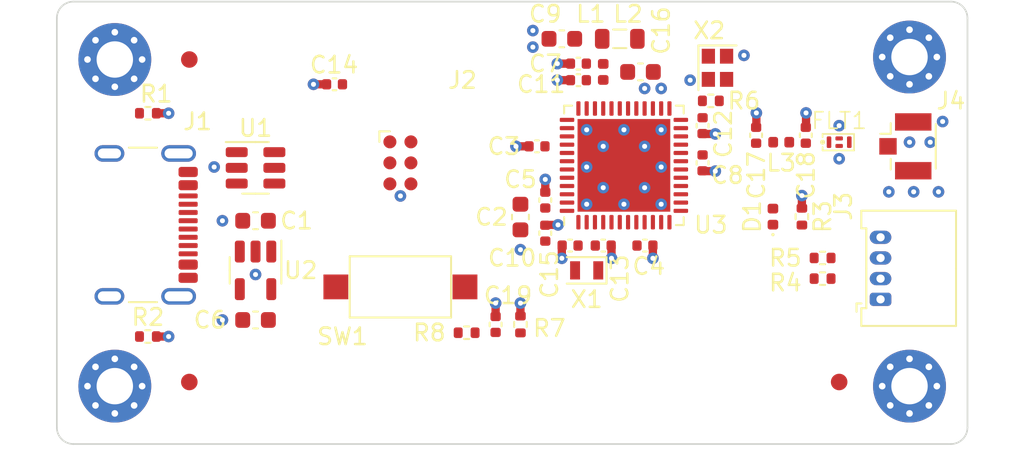
<source format=kicad_pcb>
(kicad_pcb (version 20221018) (generator pcbnew)
  (layers (0 "F.Cu" signal) (1 "In1.Cu" signal) (2 "In2.Cu" signal) (31 "B.Cu" signal) (34 "B.Paste" user) (35 "F.Paste" user) (36 "B.SilkS" user "B.Silkscreen") (37 "F.SilkS" user "F.Silkscreen") (38 "B.Mask" user) (39 "F.Mask" user) (44 "Edge.Cuts" user))
  (net 0 "")
  (net 1 "+5V")
  (net 2 "GND")
  (net 3 "+3.3V")
  (net 4 "Net-(U3-PC15)")
  (net 5 "/SWD_NRST")
  (net 6 "Net-(U3-PC14)")
  (net 7 "/SMPSFB")
  (net 8 "/RF")
  (net 9 "/RF_MATCH")
  (net 10 "/BOOT0")
  (net 11 "/LED_K")
  (net 12 "/LED_MASTER")
  (net 13 "/RF_ANT")
  (net 14 "/USBC_CC1")
  (net 15 "/USBC_D+")
  (net 16 "/USBC_D-")
  (net 18 "/USBC_CC2")
  (net 20 "/SWD_DIO")
  (net 21 "/SWD_CLK")
  (net 22 "/SWD_TRC")
  (net 23 "/UART_RXC")
  (net 24 "/UART_TXC")
  (net 25 "/SMPSLX")
  (net 26 "/SMPSLXL1")
  (net 27 "/UART_TX")
  (net 28 "/UART_RX")
  (net 29 "/HSE_OUT")
  (net 30 "Net-(R6-Pad2)")
  (net 31 "Net-(R8-Pad2)")
  (net 32 "/USB_D+")
  (net 33 "/USB_D-")
  (net 44 "/HSE_IN")
  (footprint "Connector:Tag-Connect_TC2030-IDC-FP_2x03_P1.27mm_Vertical" (layer "F.Cu") (at 111.75 94.75 -90)
    (fp_text reference "J2" (at -5 -3.75 -180) (layer "F.SilkS"))
    (fp_text value "TC2030")
    (fp_line (start -1.905 1.27) (end -1.905 0.635) (stroke (width 0.12)) (layer "F.SilkS"))
    (fp_line (start -1.27 1.27) (end -1.905 1.27) (stroke (width 0.12)) (layer "F.SilkS"))
    (pad "" np_thru_hole circle (at -2.54 -2.54 270) (size 2.3749 2.3749) (drill 2.3749) (layers "*.Cu" "*.Mask"))
    (pad "" np_thru_hole circle (at -2.54 0 270) (size 0.9906 0.9906) (drill 0.9906) (layers "*.Cu" "*.Mask"))
    (pad "" np_thru_hole circle (at -2.54 2.54 270) (size 2.3749 2.3749) (drill 2.3749) (layers "*.Cu" "*.Mask"))
    (pad "" np_thru_hole circle (at 0.635 -2.54 270) (size 2.3749 2.3749) (drill 2.3749) (layers "*.Cu" "*.Mask"))
    (pad "" np_thru_hole circle (at 0.635 2.54 270) (size 2.3749 2.3749) (drill 2.3749) (layers "*.Cu" "*.Mask"))
    (pad "" np_thru_hole circle (at 2.54 -1.016 270) (size 0.9906 0.9906) (drill 0.9906) (layers "*.Cu" "*.Mask"))
    (pad "" np_thru_hole circle (at 2.54 1.016 270) (size 0.9906 0.9906) (drill 0.9906) (layers "*.Cu" "*.Mask"))
    (pad "1" connect circle (at -1.27 0.635 270) (size 0.7874 0.7874) (layers "F.Cu" "F.Mask") (net 3 "+3.3V"))
    (pad "2" connect circle (at -1.27 -0.635 270) (size 0.7874 0.7874) (layers "F.Cu" "F.Mask") (net 20 "/SWD_DIO"))
    (pad "3" connect circle (at 0 0.635 270) (size 0.7874 0.7874) (layers "F.Cu" "F.Mask") (net 5 "/SWD_NRST"))
    (pad "4" connect circle (at 0 -0.635 270) (size 0.7874 0.7874) (layers "F.Cu" "F.Mask") (net 21 "/SWD_CLK"))
    (pad "5" connect circle (at 1.27 0.635 270) (size 0.7874 0.7874) (layers "F.Cu" "F.Mask") (net 2 "GND"))
    (pad "6" connect circle (at 1.27 -0.635 270) (size 0.7874 0.7874) (layers "F.Cu" "F.Mask") (net 22 "/SWD_TRC"))
  )
  (footprint "Fiducial:Fiducial_1mm_Mask2mm" (layer "F.Cu") (at 138.25 108)
    (fp_text reference "FM3" hide)
    (fp_text value "Fiducial")
    (pad "" smd circle (at 0 0) (size 1 1) (layers "F.Cu" "F.Mask") (clearance 0.5))
  )
  (footprint "Capacitor_SMD:C_0402_1005Metric" (layer "F.Cu") (at 124 99.75)
    (fp_text reference "C13" (at 1 2 -90) (layer "F.SilkS"))
    (fp_text value "10p")
    (fp_line (start -0.107836 -0.36) (end 0.107836 -0.36) (stroke (width 0.12)) (layer "F.SilkS"))
    (fp_line (start -0.107836 0.36) (end 0.107836 0.36) (stroke (width 0.12)) (layer "F.SilkS"))
    (pad "1" smd roundrect (at -0.48 0) (size 0.56 0.62) (layers "F.Cu" "F.Paste" "F.Mask") (net 4 "Net-(U3-PC15)"))
    (pad "2" smd roundrect (at 0.48 0) (size 0.56 0.62) (layers "F.Cu" "F.Paste" "F.Mask") (net 2 "GND"))
  )
  (footprint "MountingHole:MountingHole_2.2mm_M2_Pad_Via" (layer "F.Cu") (at 94.5 108.25)
    (fp_text reference "H4" hide)
    (fp_text value "MountingHole_Pad")
    (pad "1" thru_hole circle (at -1.65 0) (size 0.7 0.7) (drill 0.4) (layers "*.Cu" "*.Mask") (net 2 "GND"))
    (pad "1" thru_hole circle (at -1.166726 -1.166726) (size 0.7 0.7) (drill 0.4) (layers "*.Cu" "*.Mask") (net 2 "GND"))
    (pad "1" thru_hole circle (at -1.166726 1.166726) (size 0.7 0.7) (drill 0.4) (layers "*.Cu" "*.Mask") (net 2 "GND"))
    (pad "1" thru_hole circle (at 0 -1.65) (size 0.7 0.7) (drill 0.4) (layers "*.Cu" "*.Mask") (net 2 "GND"))
    (pad "1" thru_hole circle (at 0 0) (size 4.4 4.4) (drill 2.2) (layers "*.Cu" "*.Mask") (net 2 "GND"))
    (pad "1" thru_hole circle (at 0 1.65) (size 0.7 0.7) (drill 0.4) (layers "*.Cu" "*.Mask") (net 2 "GND"))
    (pad "1" thru_hole circle (at 1.166726 -1.166726) (size 0.7 0.7) (drill 0.4) (layers "*.Cu" "*.Mask") (net 2 "GND"))
    (pad "1" thru_hole circle (at 1.166726 1.166726) (size 0.7 0.7) (drill 0.4) (layers "*.Cu" "*.Mask") (net 2 "GND"))
    (pad "1" thru_hole circle (at 1.65 0) (size 0.7 0.7) (drill 0.4) (layers "*.Cu" "*.Mask") (net 2 "GND"))
  )
  (footprint "stm32_ble_footprints:DLF162500LT-5028A1" (layer "F.Cu") (at 138.25 93.5)
    (fp_text reference "FLT1" (at 0 -1.3 unlocked) (layer "F.SilkS") (effects (font (thickness 0.1))))
    (fp_text value " ")
    (fp_line (start -1 -0.5) (end 0.9 -0.5) (stroke (width 0.1)) (layer "F.SilkS"))
    (fp_line (start -1 -0.3) (end -1 -0.5) (stroke (width 0.1)) (layer "F.SilkS"))
    (fp_line (start -1 0.5) (end -1 0.3) (stroke (width 0.1)) (layer "F.SilkS"))
    (fp_line (start 0.9 -0.5) (end 0.9 0.5) (stroke (width 0.1)) (layer "F.SilkS"))
    (fp_line (start 0.9 0.5) (end -1 0.5) (stroke (width 0.1)) (layer "F.SilkS"))
    (fp_circle (center -1 0) (end -0.9 0) (stroke (width 0.1)) (fill solid) (layer "F.SilkS"))
    (pad "1" smd roundrect (at -0.6125 0) (size 0.275 0.7) (layers "F.Cu" "F.Paste" "F.Mask") (net 9 "/RF_MATCH"))
    (pad "2" smd roundrect (at 0 -0.2275 90) (size 0.245 0.45) (layers "F.Cu" "F.Paste" "F.Mask") (net 2 "GND"))
    (pad "3" smd roundrect (at 0.6125 0 180) (size 0.275 0.7) (layers "F.Cu" "F.Paste" "F.Mask") (net 13 "/RF_ANT"))
    (pad "4" smd roundrect (at 0 0.2275 90) (size 0.245 0.45) (layers "F.Cu" "F.Paste" "F.Mask") (net 2 "GND"))
  )
  (footprint "Capacitor_SMD:C_0402_1005Metric" (layer "F.Cu") (at 122.5 89.75 180)
    (fp_text reference "C11" (at 2.25 -0.25) (layer "F.SilkS"))
    (fp_text value "100n")
    (fp_line (start -0.107836 -0.36) (end 0.107836 -0.36) (stroke (width 0.12)) (layer "F.SilkS"))
    (fp_line (start -0.107836 0.36) (end 0.107836 0.36) (stroke (width 0.12)) (layer "F.SilkS"))
    (pad "1" smd roundrect (at -0.48 0 180) (size 0.56 0.62) (layers "F.Cu" "F.Paste" "F.Mask") (net 3 "+3.3V"))
    (pad "2" smd roundrect (at 0.48 0 180) (size 0.56 0.62) (layers "F.Cu" "F.Paste" "F.Mask") (net 2 "GND"))
  )
  (footprint "Capacitor_SMD:C_0402_1005Metric" (layer "F.Cu") (at 107.77 90 180)
    (fp_text reference "C14" (at 0.0275 1.175) (layer "F.SilkS"))
    (fp_text value "100n")
    (fp_line (start -0.107836 -0.36) (end 0.107836 -0.36) (stroke (width 0.12)) (layer "F.SilkS"))
    (fp_line (start -0.107836 0.36) (end 0.107836 0.36) (stroke (width 0.12)) (layer "F.SilkS"))
    (pad "1" smd roundrect (at -0.48 0 180) (size 0.56 0.62) (layers "F.Cu" "F.Paste" "F.Mask") (net 5 "/SWD_NRST"))
    (pad "2" smd roundrect (at 0.48 0 180) (size 0.56 0.62) (layers "F.Cu" "F.Paste" "F.Mask") (net 2 "GND"))
  )
  (footprint "Capacitor_SMD:C_0402_1005Metric" (layer "F.Cu") (at 126.52 99.75)
    (fp_text reference "C4" (at 0.23 1.25 180) (layer "F.SilkS"))
    (fp_text value "100n")
    (fp_line (start -0.107836 -0.36) (end 0.107836 -0.36) (stroke (width 0.12)) (layer "F.SilkS"))
    (fp_line (start -0.107836 0.36) (end 0.107836 0.36) (stroke (width 0.12)) (layer "F.SilkS"))
    (pad "1" smd roundrect (at -0.48 0) (size 0.56 0.62) (layers "F.Cu" "F.Paste" "F.Mask") (net 3 "+3.3V"))
    (pad "2" smd roundrect (at 0.48 0) (size 0.56 0.62) (layers "F.Cu" "F.Paste" "F.Mask") (net 2 "GND"))
  )
  (footprint "Capacitor_SMD:C_0603_1608Metric" (layer "F.Cu") (at 126.25 89.25)
    (fp_text reference "C16" (at 1.25 -2.5 90) (layer "F.SilkS"))
    (fp_text value "4u7")
    (fp_line (start -0.14058 -0.51) (end 0.14058 -0.51) (stroke (width 0.12)) (layer "F.SilkS"))
    (fp_line (start -0.14058 0.51) (end 0.14058 0.51) (stroke (width 0.12)) (layer "F.SilkS"))
    (pad "1" smd roundrect (at -0.775 0) (size 0.9 0.95) (layers "F.Cu" "F.Paste" "F.Mask") (net 7 "/SMPSFB"))
    (pad "2" smd roundrect (at 0.775 0) (size 0.9 0.95) (layers "F.Cu" "F.Paste" "F.Mask") (net 2 "GND"))
  )
  (footprint "Resistor_SMD:R_0402_1005Metric" (layer "F.Cu") (at 119 104.52 90)
    (fp_text reference "R7" (at -0.23 1.75 180) (layer "F.SilkS"))
    (fp_text value "5k1")
    (fp_line (start -0.153641 -0.38) (end 0.153641 -0.38) (stroke (width 0.12)) (layer "F.SilkS"))
    (fp_line (start -0.153641 0.38) (end 0.153641 0.38) (stroke (width 0.12)) (layer "F.SilkS"))
    (pad "1" smd roundrect (at -0.51 0 90) (size 0.54 0.64) (layers "F.Cu" "F.Paste" "F.Mask") (net 10 "/BOOT0"))
    (pad "2" smd roundrect (at 0.51 0 90) (size 0.54 0.64) (layers "F.Cu" "F.Paste" "F.Mask") (net 2 "GND"))
  )
  (footprint "Package_TO_SOT_SMD:SOT-23-5" (layer "F.Cu") (at 103 101.25 -90)
    (fp_text reference "U2" (at 0 -2.725 -180) (layer "F.SilkS"))
    (fp_text value "MIC5365-3.3YD5")
    (fp_line (start 0 -1.56) (end -1.8 -1.56) (stroke (width 0.12)) (layer "F.SilkS"))
    (fp_line (start 0 -1.56) (end 0.8 -1.56) (stroke (width 0.12)) (layer "F.SilkS"))
    (fp_line (start 0 1.56) (end -0.8 1.56) (stroke (width 0.12)) (layer "F.SilkS"))
    (fp_line (start 0 1.56) (end 0.8 1.56) (stroke (width 0.12)) (layer "F.SilkS"))
    (pad "1" smd roundrect (at -1.1375 -0.95 270) (size 1.325 0.6) (layers "F.Cu" "F.Paste" "F.Mask") (net 1 "+5V"))
    (pad "2" smd roundrect (at -1.1375 0 270) (size 1.325 0.6) (layers "F.Cu" "F.Paste" "F.Mask") (net 2 "GND"))
    (pad "3" smd roundrect (at -1.1375 0.95 270) (size 1.325 0.6) (layers "F.Cu" "F.Paste" "F.Mask") (net 1 "+5V"))
    (pad "4" smd roundrect (at 1.1375 0.95 270) (size 1.325 0.6) (layers "F.Cu" "F.Paste" "F.Mask"))
    (pad "5" smd roundrect (at 1.1375 -0.95 270) (size 1.325 0.6) (layers "F.Cu" "F.Paste" "F.Mask") (net 3 "+3.3V"))
  )
  (footprint "LED_SMD:LED_0402_1005Metric" (layer "F.Cu") (at 134.25 98 90)
    (fp_text reference "D1" (at 0 -1.25 90) (layer "F.SilkS"))
    (fp_text value "LED")
    (fp_circle (center -1.09 0) (end -1.04 0) (stroke (width 0.1)) (fill none) (layer "F.SilkS"))
    (pad "1" smd roundrect (at -0.485 0 90) (size 0.59 0.64) (layers "F.Cu" "F.Paste" "F.Mask") (net 11 "/LED_K"))
    (pad "2" smd roundrect (at 0.485 0 90) (size 0.59 0.64) (layers "F.Cu" "F.Paste" "F.Mask") (net 12 "/LED_MASTER"))
  )
  (footprint "Resistor_SMD:R_0402_1005Metric" (layer "F.Cu") (at 115.75 105.02 180)
    (fp_text reference "R8" (at 2.25 0) (layer "F.SilkS"))
    (fp_text value "100R")
    (fp_line (start -0.153641 -0.38) (end 0.153641 -0.38) (stroke (width 0.12)) (layer "F.SilkS"))
    (fp_line (start -0.153641 0.38) (end 0.153641 0.38) (stroke (width 0.12)) (layer "F.SilkS"))
    (pad "1" smd roundrect (at -0.51 0 180) (size 0.54 0.64) (layers "F.Cu" "F.Paste" "F.Mask") (net 10 "/BOOT0"))
    (pad "2" smd roundrect (at 0.51 0 180) (size 0.54 0.64) (layers "F.Cu" "F.Paste" "F.Mask") (net 31 "Net-(R8-Pad2)"))
  )
  (footprint "Capacitor_SMD:C_0402_1005Metric" (layer "F.Cu") (at 122 99.75 180)
    (fp_text reference "C15" (at 1.25 -1.75 270) (layer "F.SilkS"))
    (fp_text value "10p")
    (fp_line (start -0.107836 -0.36) (end 0.107836 -0.36) (stroke (width 0.12)) (layer "F.SilkS"))
    (fp_line (start -0.107836 0.36) (end 0.107836 0.36) (stroke (width 0.12)) (layer "F.SilkS"))
    (pad "1" smd roundrect (at -0.48 0 180) (size 0.56 0.62) (layers "F.Cu" "F.Paste" "F.Mask") (net 6 "Net-(U3-PC14)"))
    (pad "2" smd roundrect (at 0.48 0 180) (size 0.56 0.62) (layers "F.Cu" "F.Paste" "F.Mask") (net 2 "GND"))
  )
  (footprint "Crystal:Crystal_SMD_2016-4Pin_2.0x1.6mm" (layer "F.Cu") (at 130.9 89 -90)
    (fp_text reference "X2" (at -2.25 0.5 -180) (layer "F.SilkS"))
    (fp_text value "32MHz")
    (fp_line (start -1.35 -1.15) (end -1.35 1.15) (stroke (width 0.12)) (layer "F.SilkS"))
    (fp_line (start -1.35 1.15) (end 1.35 1.15) (stroke (width 0.12)) (layer "F.SilkS"))
    (pad "1" smd rect (at -0.7 0.55 270) (size 0.9 0.8) (layers "F.Cu" "F.Paste" "F.Mask") (net 44 "/HSE_IN"))
    (pad "2" smd rect (at 0.7 0.55 270) (size 0.9 0.8) (layers "F.Cu" "F.Paste" "F.Mask") (net 2 "GND"))
    (pad "3" smd rect (at 0.7 -0.55 270) (size 0.9 0.8) (layers "F.Cu" "F.Paste" "F.Mask") (net 30 "Net-(R6-Pad2)"))
    (pad "4" smd rect (at -0.7 -0.55 270) (size 0.9 0.8) (layers "F.Cu" "F.Paste" "F.Mask") (net 2 "GND"))
  )
  (footprint "Capacitor_SMD:C_0402_1005Metric" (layer "F.Cu") (at 130 94.75 -90)
    (fp_text reference "C8" (at 0.75 -1.5 -180) (layer "F.SilkS"))
    (fp_text value "100n")
    (fp_line (start -0.107836 -0.36) (end 0.107836 -0.36) (stroke (width 0.12)) (layer "F.SilkS"))
    (fp_line (start -0.107836 0.36) (end 0.107836 0.36) (stroke (width 0.12)) (layer "F.SilkS"))
    (pad "1" smd roundrect (at -0.48 0 270) (size 0.56 0.62) (layers "F.Cu" "F.Paste" "F.Mask") (net 3 "+3.3V"))
    (pad "2" smd roundrect (at 0.48 0 270) (size 0.56 0.62) (layers "F.Cu" "F.Paste" "F.Mask") (net 2 "GND"))
  )
  (footprint "Resistor_SMD:R_0402_1005Metric" (layer "F.Cu") (at 137.25 101.75)
    (fp_text reference "R4" (at -2.25 0.25) (layer "F.SilkS"))
    (fp_text value "220R")
    (fp_line (start -0.153641 -0.38) (end 0.153641 -0.38) (stroke (width 0.12)) (layer "F.SilkS"))
    (fp_line (start -0.153641 0.38) (end 0.153641 0.38) (stroke (width 0.12)) (layer "F.SilkS"))
    (pad "1" smd roundrect (at -0.51 0) (size 0.54 0.64) (layers "F.Cu" "F.Paste" "F.Mask") (net 27 "/UART_TX"))
    (pad "2" smd roundrect (at 0.51 0) (size 0.54 0.64) (layers "F.Cu" "F.Paste" "F.Mask") (net 23 "/UART_RXC"))
  )
  (footprint "Crystal:Crystal_SMD_2012-2Pin_2.0x1.2mm" (layer "F.Cu") (at 123 101.25 180)
    (fp_text reference "X1" (at 0 -1.75) (layer "F.SilkS"))
    (fp_text value "32khz768")
    (fp_line (start -1.2 -0.8) (end -1.2 0.8) (stroke (width 0.12)) (layer "F.SilkS"))
    (fp_line (start -1.2 0.8) (end 1.2 0.8) (stroke (width 0.12)) (layer "F.SilkS"))
    (fp_line (start 1.2 -0.8) (end -1.2 -0.8) (stroke (width 0.12)) (layer "F.SilkS"))
    (pad "1" smd rect (at -0.7 0 180) (size 0.6 1.1) (layers "F.Cu" "F.Paste" "F.Mask") (net 4 "Net-(U3-PC15)"))
    (pad "2" smd rect (at 0.7 0 180) (size 0.6 1.1) (layers "F.Cu" "F.Paste" "F.Mask") (net 6 "Net-(U3-PC14)"))
  )
  (footprint "Inductor_SMD:L_0402_1005Metric" (layer "F.Cu") (at 124 89.25 90)
    (fp_text reference "L1" (at 3.5 -0.75 180) (layer "F.SilkS"))
    (fp_text value "10n")
    (pad "1" smd roundrect (at -0.485 0 90) (size 0.59 0.64) (layers "F.Cu" "F.Paste" "F.Mask") (net 25 "/SMPSLX"))
    (pad "2" smd roundrect (at 0.485 0 90) (size 0.59 0.64) (layers "F.Cu" "F.Paste" "F.Mask") (net 26 "/SMPSLXL1"))
  )
  (footprint "Inductor_SMD:L_0402_1005Metric" (layer "F.Cu") (at 134.75 93.5)
    (fp_text reference "L3" (at 0 1.25) (layer "F.SilkS"))
    (fp_text value "2n7")
    (pad "1" smd roundrect (at -0.485 0) (size 0.59 0.64) (layers "F.Cu" "F.Paste" "F.Mask") (net 8 "/RF"))
    (pad "2" smd roundrect (at 0.485 0) (size 0.59 0.64) (layers "F.Cu" "F.Paste" "F.Mask") (net 9 "/RF_MATCH"))
  )
  (footprint "Capacitor_SMD:C_0603_1608Metric" (layer "F.Cu") (at 119 98.025 -90)
    (fp_text reference "C2" (at 0 1.75 -180) (layer "F.SilkS"))
    (fp_text value "4u7")
    (fp_line (start -0.14058 -0.51) (end 0.14058 -0.51) (stroke (width 0.12)) (layer "F.SilkS"))
    (fp_line (start -0.14058 0.51) (end 0.14058 0.51) (stroke (width 0.12)) (layer "F.SilkS"))
    (pad "1" smd roundrect (at -0.775 0 270) (size 0.9 0.95) (layers "F.Cu" "F.Paste" "F.Mask") (net 3 "+3.3V"))
    (pad "2" smd roundrect (at 0.775 0 270) (size 0.9 0.95) (layers "F.Cu" "F.Paste" "F.Mask") (net 2 "GND"))
  )
  (footprint "Capacitor_SMD:C_0603_1608Metric" (layer "F.Cu") (at 121.5 87.25 180)
    (fp_text reference "C9" (at 1 1.5) (layer "F.SilkS"))
    (fp_text value "4u7")
    (fp_line (start -0.14058 -0.51) (end 0.14058 -0.51) (stroke (width 0.12)) (layer "F.SilkS"))
    (fp_line (start -0.14058 0.51) (end 0.14058 0.51) (stroke (width 0.12)) (layer "F.SilkS"))
    (pad "1" smd roundrect (at -0.775 0 180) (size 0.9 0.95) (layers "F.Cu" "F.Paste" "F.Mask") (net 3 "+3.3V"))
    (pad "2" smd roundrect (at 0.775 0 180) (size 0.9 0.95) (layers "F.Cu" "F.Paste" "F.Mask") (net 2 "GND"))
  )
  (footprint "Resistor_SMD:R_0402_1005Metric" (layer "F.Cu") (at 96.5 91.75)
    (fp_text reference "R1" (at 0.5 -1.17) (layer "F.SilkS"))
    (fp_text value "5k1")
    (fp_line (start -0.153641 -0.38) (end 0.153641 -0.38) (stroke (width 0.12)) (layer "F.SilkS"))
    (fp_line (start -0.153641 0.38) (end 0.153641 0.38) (stroke (width 0.12)) (layer "F.SilkS"))
    (pad "1" smd roundrect (at -0.51 0) (size 0.54 0.64) (layers "F.Cu" "F.Paste" "F.Mask") (net 18 "/USBC_CC2"))
    (pad "2" smd roundrect (at 0.51 0) (size 0.54 0.64) (layers "F.Cu" "F.Paste" "F.Mask") (net 2 "GND"))
  )
  (footprint "Resistor_SMD:R_0402_1005Metric" (layer "F.Cu") (at 96.5 105.25)
    (fp_text reference "R2" (at 0 -1.17) (layer "F.SilkS"))
    (fp_text value "5k1")
    (fp_line (start -0.153641 -0.38) (end 0.153641 -0.38) (stroke (width 0.12)) (layer "F.SilkS"))
    (fp_line (start -0.153641 0.38) (end 0.153641 0.38) (stroke (width 0.12)) (layer "F.SilkS"))
    (pad "1" smd roundrect (at -0.51 0) (size 0.54 0.64) (layers "F.Cu" "F.Paste" "F.Mask") (net 14 "/USBC_CC1"))
    (pad "2" smd roundrect (at 0.51 0) (size 0.54 0.64) (layers "F.Cu" "F.Paste" "F.Mask") (net 2 "GND"))
  )
  (footprint "MountingHole:MountingHole_2.2mm_M2_Pad_Via" (layer "F.Cu") (at 142.5 108.25)
    (fp_text reference "H3" hide)
    (fp_text value "MountingHole_Pad")
    (pad "1" thru_hole circle (at -1.65 0) (size 0.7 0.7) (drill 0.4) (layers "*.Cu" "*.Mask") (net 2 "GND"))
    (pad "1" thru_hole circle (at -1.166726 -1.166726) (size 0.7 0.7) (drill 0.4) (layers "*.Cu" "*.Mask") (net 2 "GND"))
    (pad "1" thru_hole circle (at -1.166726 1.166726) (size 0.7 0.7) (drill 0.4) (layers "*.Cu" "*.Mask") (net 2 "GND"))
    (pad "1" thru_hole circle (at 0 -1.65) (size 0.7 0.7) (drill 0.4) (layers "*.Cu" "*.Mask") (net 2 "GND"))
    (pad "1" thru_hole circle (at 0 0) (size 4.4 4.4) (drill 2.2) (layers "*.Cu" "*.Mask") (net 2 "GND"))
    (pad "1" thru_hole circle (at 0 1.65) (size 0.7 0.7) (drill 0.4) (layers "*.Cu" "*.Mask") (net 2 "GND"))
    (pad "1" thru_hole circle (at 1.166726 -1.166726) (size 0.7 0.7) (drill 0.4) (layers "*.Cu" "*.Mask") (net 2 "GND"))
    (pad "1" thru_hole circle (at 1.166726 1.166726) (size 0.7 0.7) (drill 0.4) (layers "*.Cu" "*.Mask") (net 2 "GND"))
    (pad "1" thru_hole circle (at 1.65 0) (size 0.7 0.7) (drill 0.4) (layers "*.Cu" "*.Mask") (net 2 "GND"))
  )
  (footprint "Capacitor_SMD:C_0603_1608Metric" (layer "F.Cu") (at 103 98.25 180)
    (fp_text reference "C1" (at -2.475 0) (layer "F.SilkS"))
    (fp_text value "4u7")
    (fp_line (start -0.14058 -0.51) (end 0.14058 -0.51) (stroke (width 0.12)) (layer "F.SilkS"))
    (fp_line (start -0.14058 0.51) (end 0.14058 0.51) (stroke (width 0.12)) (layer "F.SilkS"))
    (pad "1" smd roundrect (at -0.775 0 180) (size 0.9 0.95) (layers "F.Cu" "F.Paste" "F.Mask") (net 1 "+5V"))
    (pad "2" smd roundrect (at 0.775 0 180) (size 0.9 0.95) (layers "F.Cu" "F.Paste" "F.Mask") (net 2 "GND"))
  )
  (footprint "Capacitor_SMD:C_0402_1005Metric" (layer "F.Cu") (at 122.5 88.75 180)
    (fp_text reference "C7" (at 2 0) (layer "F.SilkS"))
    (fp_text value "100n")
    (fp_line (start -0.107836 -0.36) (end 0.107836 -0.36) (stroke (width 0.12)) (layer "F.SilkS"))
    (fp_line (start -0.107836 0.36) (end 0.107836 0.36) (stroke (width 0.12)) (layer "F.SilkS"))
    (pad "1" smd roundrect (at -0.48 0 180) (size 0.56 0.62) (layers "F.Cu" "F.Paste" "F.Mask") (net 3 "+3.3V"))
    (pad "2" smd roundrect (at 0.48 0 180) (size 0.56 0.62) (layers "F.Cu" "F.Paste" "F.Mask") (net 2 "GND"))
  )
  (footprint "Button_Switch_SMD:SW_SPST_CK_RS282G05A3" (layer "F.Cu") (at 111.75 102.25)
    (fp_text reference "SW1" (at -3.5 3) (layer "F.SilkS"))
    (fp_text value "SW_Push")
    (fp_line (start -3.06 -1.85) (end 3.06 -1.85) (stroke (width 0.12)) (layer "F.SilkS"))
    (fp_line (start -3.06 1.85) (end -3.06 -1.85) (stroke (width 0.12)) (layer "F.SilkS"))
    (fp_line (start 3.06 -1.85) (end 3.06 1.85) (stroke (width 0.12)) (layer "F.SilkS"))
    (fp_line (start 3.06 1.85) (end -3.06 1.85) (stroke (width 0.12)) (layer "F.SilkS"))
    (pad "1" smd rect (at -3.9 0) (size 1.5 1.5) (layers "F.Cu" "F.Paste" "F.Mask") (net 31 "Net-(R8-Pad2)"))
    (pad "2" smd rect (at 3.9 0) (size 1.5 1.5) (layers "F.Cu" "F.Paste" "F.Mask") (net 3 "+3.3V"))
  )
  (footprint "Package_TO_SOT_SMD:SOT-23-6" (layer "F.Cu") (at 103 95.05)
    (fp_text reference "U1" (at 0 -2.4) (layer "F.SilkS"))
    (fp_text value "USBLC6-2SC6")
    (fp_line (start 0 -1.56) (end -1.8 -1.56) (stroke (width 0.12)) (layer "F.SilkS"))
    (fp_line (start 0 -1.56) (end 0.8 -1.56) (stroke (width 0.12)) (layer "F.SilkS"))
    (fp_line (start 0 1.56) (end -0.8 1.56) (stroke (width 0.12)) (layer "F.SilkS"))
    (fp_line (start 0 1.56) (end 0.8 1.56) (stroke (width 0.12)) (layer "F.SilkS"))
    (pad "1" smd roundrect (at -1.1375 -0.95) (size 1.325 0.6) (layers "F.Cu" "F.Paste" "F.Mask") (net 16 "/USBC_D-"))
    (pad "2" smd roundrect (at -1.1375 0) (size 1.325 0.6) (layers "F.Cu" "F.Paste" "F.Mask") (net 2 "GND"))
    (pad "3" smd roundrect (at -1.1375 0.95) (size 1.325 0.6) (layers "F.Cu" "F.Paste" "F.Mask") (net 15 "/USBC_D+"))
    (pad "4" smd roundrect (at 1.1375 0.95) (size 1.325 0.6) (layers "F.Cu" "F.Paste" "F.Mask") (net 32 "/USB_D+"))
    (pad "5" smd roundrect (at 1.1375 0) (size 1.325 0.6) (layers "F.Cu" "F.Paste" "F.Mask") (net 1 "+5V"))
    (pad "6" smd roundrect (at 1.1375 -0.95) (size 1.325 0.6) (layers "F.Cu" "F.Paste" "F.Mask") (net 33 "/USB_D-"))
  )
  (footprint "Capacitor_SMD:C_0402_1005Metric" (layer "F.Cu") (at 117.5 104.52 90)
    (fp_text reference "C19" (at 1.75 0.75 180) (layer "F.SilkS"))
    (fp_text value "100n")
    (fp_line (start -0.107836 -0.36) (end 0.107836 -0.36) (stroke (width 0.12)) (layer "F.SilkS"))
    (fp_line (start -0.107836 0.36) (end 0.107836 0.36) (stroke (width 0.12)) (layer "F.SilkS"))
    (pad "1" smd roundrect (at -0.48 0 90) (size 0.56 0.62) (layers "F.Cu" "F.Paste" "F.Mask") (net 10 "/BOOT0"))
    (pad "2" smd roundrect (at 0.48 0 90) (size 0.56 0.62) (layers "F.Cu" "F.Paste" "F.Mask") (net 2 "GND"))
  )
  (footprint "Capacitor_SMD:C_0402_1005Metric" (layer "F.Cu") (at 130 92.5 -90)
    (fp_text reference "C12" (at 0.5 -1.25 -90) (layer "F.SilkS"))
    (fp_text value "100n")
    (fp_line (start -0.107836 -0.36) (end 0.107836 -0.36) (stroke (width 0.12)) (layer "F.SilkS"))
    (fp_line (start -0.107836 0.36) (end 0.107836 0.36) (stroke (width 0.12)) (layer "F.SilkS"))
    (pad "1" smd roundrect (at -0.48 0 270) (size 0.56 0.62) (layers "F.Cu" "F.Paste" "F.Mask") (net 3 "+3.3V"))
    (pad "2" smd roundrect (at 0.48 0 270) (size 0.56 0.62) (layers "F.Cu" "F.Paste" "F.Mask") (net 2 "GND"))
  )
  (footprint "Capacitor_SMD:C_0402_1005Metric" (layer "F.Cu") (at 120.5 97 90)
    (fp_text reference "C5" (at 1.25 -1.5 180) (layer "F.SilkS"))
    (fp_text value "100n")
    (fp_line (start -0.107836 -0.36) (end 0.107836 -0.36) (stroke (width 0.12)) (layer "F.SilkS"))
    (fp_line (start -0.107836 0.36) (end 0.107836 0.36) (stroke (width 0.12)) (layer "F.SilkS"))
    (pad "1" smd roundrect (at -0.48 0 90) (size 0.56 0.62) (layers "F.Cu" "F.Paste" "F.Mask") (net 3 "+3.3V"))
    (pad "2" smd roundrect (at 0.48 0 90) (size 0.56 0.62) (layers "F.Cu" "F.Paste" "F.Mask") (net 2 "GND"))
  )
  (footprint "MountingHole:MountingHole_2.2mm_M2_Pad_Via" (layer "F.Cu") (at 94.5 88.5)
    (fp_text reference "H1" hide)
    (fp_text value "MountingHole_Pad")
    (pad "1" thru_hole circle (at -1.65 0) (size 0.7 0.7) (drill 0.4) (layers "*.Cu" "*.Mask") (net 2 "GND"))
    (pad "1" thru_hole circle (at -1.166726 -1.166726) (size 0.7 0.7) (drill 0.4) (layers "*.Cu" "*.Mask") (net 2 "GND"))
    (pad "1" thru_hole circle (at -1.166726 1.166726) (size 0.7 0.7) (drill 0.4) (layers "*.Cu" "*.Mask") (net 2 "GND"))
    (pad "1" thru_hole circle (at 0 -1.65) (size 0.7 0.7) (drill 0.4) (layers "*.Cu" "*.Mask") (net 2 "GND"))
    (pad "1" thru_hole circle (at 0 0) (size 4.4 4.4) (drill 2.2) (layers "*.Cu" "*.Mask") (net 2 "GND"))
    (pad "1" thru_hole circle (at 0 1.65) (size 0.7 0.7) (drill 0.4) (layers "*.Cu" "*.Mask") (net 2 "GND"))
    (pad "1" thru_hole circle (at 1.166726 -1.166726) (size 0.7 0.7) (drill 0.4) (layers "*.Cu" "*.Mask") (net 2 "GND"))
    (pad "1" thru_hole circle (at 1.166726 1.166726) (size 0.7 0.7) (drill 0.4) (layers "*.Cu" "*.Mask") (net 2 "GND"))
    (pad "1" thru_hole circle (at 1.65 0) (size 0.7 0.7) (drill 0.4) (layers "*.Cu" "*.Mask") (net 2 "GND"))
  )
  (footprint "Resistor_SMD:R_0402_1005Metric" (layer "F.Cu") (at 136 98 -90)
    (fp_text reference "R3" (at 0 -1.25 90) (layer "F.SilkS"))
    (fp_text value "220R")
    (fp_line (start -0.153641 -0.38) (end 0.153641 -0.38) (stroke (width 0.12)) (layer "F.SilkS"))
    (fp_line (start -0.153641 0.38) (end 0.153641 0.38) (stroke (width 0.12)) (layer "F.SilkS"))
    (pad "1" smd roundrect (at -0.51 0 270) (size 0.54 0.64) (layers "F.Cu" "F.Paste" "F.Mask") (net 2 "GND"))
    (pad "2" smd roundrect (at 0.51 0 270) (size 0.54 0.64) (layers "F.Cu" "F.Paste" "F.Mask") (net 11 "/LED_K"))
  )
  (footprint "Connector_Molex:Molex_PicoBlade_53048-0410_1x04_P1.25mm_Horizontal" (layer "F.Cu") (at 140.75 103 90)
    (fp_text reference "J3" (at 5.625 -2.25 90) (layer "F.SilkS"))
    (fp_text value "Conn_01x04")
    (fp_line (start -1.61 -1.16) (end -1.61 4.56) (stroke (width 0.12)) (layer "F.SilkS"))
    (fp_line (start -1.61 4.56) (end 1.875 4.56) (stroke (width 0.12)) (layer "F.SilkS"))
    (fp_line (start -0.54 -1.16) (end -1.61 -1.16) (stroke (width 0.12)) (layer "F.SilkS"))
    (fp_line (start -0.54 -0.86) (end -0.54 -1.16) (stroke (width 0.12)) (layer "F.SilkS"))
    (fp_line (start -0.25 -1.45) (end -0.75 -1.45) (stroke (width 0.12)) (layer "F.SilkS"))
    (fp_line (start -0.25 -1.15) (end -0.25 -1.45) (stroke (width 0.12)) (layer "F.SilkS"))
    (fp_line (start 1.875 -0.86) (end -0.54 -0.86) (stroke (width 0.12)) (layer "F.SilkS"))
    (fp_line (start 1.875 -0.86) (end 4.29 -0.86) (stroke (width 0.12)) (layer "F.SilkS"))
    (fp_line (start 4.29 -1.16) (end 5.36 -1.16) (stroke (width 0.12)) (layer "F.SilkS"))
    (fp_line (start 4.29 -0.86) (end 4.29 -1.16) (stroke (width 0.12)) (layer "F.SilkS"))
    (fp_line (start 5.36 -1.16) (end 5.36 4.56) (stroke (width 0.12)) (layer "F.SilkS"))
    (fp_line (start 5.36 4.56) (end 1.875 4.56) (stroke (width 0.12)) (layer "F.SilkS"))
    (pad "1" thru_hole roundrect (at 0 0 90) (size 0.8 1.3) (drill 0.5) (layers "*.Cu" "*.Mask") (net 3 "+3.3V"))
    (pad "2" thru_hole oval (at 1.25 0 90) (size 0.8 1.3) (drill 0.5) (layers "*.Cu" "*.Mask") (net 23 "/UART_RXC"))
    (pad "3" thru_hole oval (at 2.5 0 90) (size 0.8 1.3) (drill 0.5) (layers "*.Cu" "*.Mask") (net 24 "/UART_TXC"))
    (pad "4" thru_hole oval (at 3.75 0 90) (size 0.8 1.3) (drill 0.5) (layers "*.Cu" "*.Mask") (net 2 "GND"))
  )
  (footprint "Fiducial:Fiducial_1mm_Mask2mm" (layer "F.Cu") (at 99 88.5)
    (fp_text reference "FM1" hide)
    (fp_text value "Fiducial")
    (pad "" smd circle (at 0 0) (size 1 1) (layers "F.Cu" "F.Mask") (clearance 0.5))
  )
  (footprint "Resistor_SMD:R_0402_1005Metric" (layer "F.Cu") (at 137.25 100.5)
    (fp_text reference "R5" (at -2.25 0) (layer "F.SilkS"))
    (fp_text value "220R")
    (fp_line (start -0.153641 -0.38) (end 0.153641 -0.38) (stroke (width 0.12)) (layer "F.SilkS"))
    (fp_line (start -0.153641 0.38) (end 0.153641 0.38) (stroke (width 0.12)) (layer "F.SilkS"))
    (pad "1" smd roundrect (at -0.51 0) (size 0.54 0.64) (layers "F.Cu" "F.Paste" "F.Mask") (net 28 "/UART_RX"))
    (pad "2" smd roundrect (at 0.51 0) (size 0.54 0.64) (layers "F.Cu" "F.Paste" "F.Mask") (net 24 "/UART_TXC"))
  )
  (footprint "Package_DFN_QFN:QFN-48-1EP_7x7mm_P0.5mm_EP5.6x5.6mm" (layer "F.Cu") (at 125.25 94.9 90)
    (fp_text reference "U3" (at -3.6 5.25 180) (layer "F.SilkS"))
    (fp_text value "STM32WB35CEU6A")
    (fp_line (start -3.61 3.61) (end -3.61 3.135) (stroke (width 0.12)) (layer "F.SilkS"))
    (fp_line (start -3.135 -3.61) (end -3.61 -3.61) (stroke (width 0.12)) (layer "F.SilkS"))
    (fp_line (start -3.135 3.61) (end -3.61 3.61) (stroke (width 0.12)) (layer "F.SilkS"))
    (fp_line (start 3.135 -3.61) (end 3.61 -3.61) (stroke (width 0.12)) (layer "F.SilkS"))
    (fp_line (start 3.135 3.61) (end 3.61 3.61) (stroke (width 0.12)) (layer "F.SilkS"))
    (fp_line (start 3.61 -3.61) (end 3.61 -3.135) (stroke (width 0.12)) (layer "F.SilkS"))
    (fp_line (start 3.61 3.61) (end 3.61 3.135) (stroke (width 0.12)) (layer "F.SilkS"))
    (pad "1" smd roundrect (at -3.4375 -2.75 90) (size 0.875 0.25) (layers "F.Cu" "F.Paste" "F.Mask") (net 3 "+3.3V"))
    (pad "2" smd roundrect (at -3.4375 -2.25 90) (size 0.875 0.25) (layers "F.Cu" "F.Paste" "F.Mask") (net 6 "Net-(U3-PC14)"))
    (pad "3" smd roundrect (at -3.4375 -1.75 90) (size 0.875 0.25) (layers "F.Cu" "F.Paste" "F.Mask") (net 4 "Net-(U3-PC15)"))
    (pad "4" smd roundrect (at -3.4375 -1.25 90) (size 0.875 0.25) (layers "F.Cu" "F.Paste" "F.Mask") (net 10 "/BOOT0"))
    (pad "5" smd roundrect (at -3.4375 -0.75 90) (size 0.875 0.25) (layers "F.Cu" "F.Paste" "F.Mask"))
    (pad "6" smd roundrect (at -3.4375 -0.25 90) (size 0.875 0.25) (layers "F.Cu" "F.Paste" "F.Mask"))
    (pad "7" smd roundrect (at -3.4375 0.25 90) (size 0.875 0.25) (layers "F.Cu" "F.Paste" "F.Mask") (net 5 "/SWD_NRST"))
    (pad "8" smd roundrect (at -3.4375 0.75 90) (size 0.875 0.25) (layers "F.Cu" "F.Paste" "F.Mask") (net 3 "+3.3V"))
    (pad "9" smd roundrect (at -3.4375 1.25 90) (size 0.875 0.25) (layers "F.Cu" "F.Paste" "F.Mask"))
    (pad "10" smd roundrect (at -3.4375 1.75 90) (size 0.875 0.25) (layers "F.Cu" "F.Paste" "F.Mask"))
    (pad "11" smd roundrect (at -3.4375 2.25 90) (size 0.875 0.25) (layers "F.Cu" "F.Paste" "F.Mask") (net 27 "/UART_TX"))
    (pad "12" smd roundrect (at -3.4375 2.75 90) (size 0.875 0.25) (layers "F.Cu" "F.Paste" "F.Mask") (net 28 "/UART_RX"))
    (pad "13" smd roundrect (at -2.75 3.4375 90) (size 0.25 0.875) (layers "F.Cu" "F.Paste" "F.Mask"))
    (pad "14" smd roundrect (at -2.25 3.4375 90) (size 0.25 0.875) (layers "F.Cu" "F.Paste" "F.Mask"))
    (pad "15" smd roundrect (at -1.75 3.4375 90) (size 0.25 0.875) (layers "F.Cu" "F.Paste" "F.Mask"))
    (pad "16" smd roundrect (at -1.25 3.4375 90) (size 0.25 0.875) (layers "F.Cu" "F.Paste" "F.Mask") (net 12 "/LED_MASTER"))
    (pad "17" smd roundrect (at -0.75 3.4375 90) (size 0.25 0.875) (layers "F.Cu" "F.Paste" "F.Mask"))
    (pad "18" smd roundrect (at -0.25 3.4375 90) (size 0.25 0.875) (layers "F.Cu" "F.Paste" "F.Mask"))
    (pad "19" smd roundrect (at 0.25 3.4375 90) (size 0.25 0.875) (layers "F.Cu" "F.Paste" "F.Mask"))
    (pad "20" smd roundrect (at 0.75 3.4375 90) (size 0.25 0.875) (layers "F.Cu" "F.Paste" "F.Mask") (net 3 "+3.3V"))
    (pad "21" smd roundrect (at 1.25 3.4375 90) (size 0.25 0.875) (layers "F.Cu" "F.Paste" "F.Mask") (net 8 "/RF"))
    (pad "22" smd roundrect (at 1.75 3.4375 90) (size 0.25 0.875) (layers "F.Cu" "F.Paste" "F.Mask") (net 2 "GND"))
    (pad "23" smd roundrect (at 2.25 3.4375 90) (size 0.25 0.875) (layers "F.Cu" "F.Paste" "F.Mask") (net 3 "+3.3V"))
    (pad "24" smd roundrect (at 2.75 3.4375 90) (size 0.25 0.875) (layers "F.Cu" "F.Paste" "F.Mask") (net 29 "/HSE_OUT"))
    (pad "25" smd roundrect (at 3.4375 2.75 90) (size 0.875 0.25) (layers "F.Cu" "F.Paste" "F.Mask") (net 44 "/HSE_IN"))
    (pad "26" smd roundrect (at 3.4375 2.25 90) (size 0.875 0.25) (layers "F.Cu" "F.Paste" "F.Mask"))
    (pad "27" smd roundrect (at 3.4375 1.75 90) (size 0.875 0.25) (layers "F.Cu" "F.Paste" "F.Mask"))
    (pad "28" smd roundrect (at 3.4375 1.25 90) (size 0.875 0.25) (layers "F.Cu" "F.Paste" "F.Mask"))
    (pad "29" smd roundrect (at 3.4375 0.75 90) (size 0.875 0.25) (layers "F.Cu" "F.Paste" "F.Mask"))
    (pad "30" smd roundrect (at 3.4375 0.25 90) (size 0.875 0.25) (layers "F.Cu" "F.Paste" "F.Mask"))
    (pad "31" smd roundrect (at 3.4375 -0.25 90) (size 0.875 0.25) (layers "F.Cu" "F.Paste" "F.Mask") (net 7 "/SMPSFB"))
    (pad "32" smd roundrect (at 3.4375 -0.75 90) (size 0.875 0.25) (layers "F.Cu" "F.Paste" "F.Mask") (net 2 "GND"))
    (pad "33" smd roundrect (at 3.4375 -1.25 90) (size 0.875 0.25) (layers "F.Cu" "F.Paste" "F.Mask") (net 25 "/SMPSLX"))
    (pad "34" smd roundrect (at 3.4375 -1.75 90) (size 0.875 0.25) (layers "F.Cu" "F.Paste" "F.Mask") (net 3 "+3.3V"))
    (pad "35" smd roundrect (at 3.4375 -2.25 90) (size 0.875 0.25) (layers "F.Cu" "F.Paste" "F.Mask") (net 3 "+3.3V"))
    (pad "36" smd roundrect (at 3.4375 -2.75 90) (size 0.875 0.25) (layers "F.Cu" "F.Paste" "F.Mask"))
    (pad "37" smd roundrect (at 2.75 -3.4375 90) (size 0.25 0.875) (layers "F.Cu" "F.Paste" "F.Mask") (net 33 "/USB_D-"))
    (pad "38" smd roundrect (at 2.25 -3.4375 90) (size 0.25 0.875) (layers "F.Cu" "F.Paste" "F.Mask") (net 32 "/USB_D+"))
    (pad "39" smd roundrect (at 1.75 -3.4375 90) (size 0.25 0.875) (layers "F.Cu" "F.Paste" "F.Mask") (net 20 "/SWD_DIO"))
    (pad "40" smd roundrect (at 1.25 -3.4375 90) (size 0.25 0.875) (layers "F.Cu" "F.Paste" "F.Mask") (net 3 "+3.3V"))
    (pad "41" smd roundrect (at 0.75 -3.4375 90) (size 0.25 0.875) (layers "F.Cu" "F.Paste" "F.Mask") (net 21 "/SWD_CLK"))
    (pad "42" smd roundrect (at 0.25 -3.4375 90) (size 0.25 0.875) (layers "F.Cu" "F.Paste" "F.Mask"))
    (pad "43" smd roundrect (at -0.25 -3.4375 90) (size 0.25 0.875) (layers "F.Cu" "F.Paste" "F.Mask") (net 22 "/SWD_TRC"))
    (pad "44" smd roundrect (at -0.75 -3.4375 90) (size 0.25 0.875) (layers "F.Cu" "F.Paste" "F.Mask"))
    (pad "45" smd roundrect (at -1.25 -3.4375 90) (size 0.25 0.875) (layers "F.Cu" "F.Paste" "F.Mask"))
    (pad "46" smd roundrect (at -1.75 -3.4375 90) (size 0.25 0.875) (layers "F.Cu" "F.Paste" "F.Mask"))
    (pad "47" smd roundrect (at -2.25 -3.4375 90) (size 0.25 0.875) (layers "F.Cu" "F.Paste" "F.Mask"))
    (pad "48" smd roundrect (at -2.75 -3.4375 90) (size 0.25 0.875) (layers "F.Cu" "F.Paste" "F.Mask") (net 3 "+3.3V"))
    (pad "49" smd rect (at 0 0 90) (size 5.6 5.6) (layers "F.Cu" "F.Mask") (net 2 "GND"))
  )
  (footprint "Fiducial:Fiducial_1mm_Mask2mm" (layer "F.Cu") (at 99 108)
    (fp_text reference "FM2" hide)
    (fp_text value "Fiducial")
    (pad "" smd circle (at 0 0) (size 1 1) (layers "F.Cu" "F.Mask") (clearance 0.5))
  )
  (footprint "Capacitor_SMD:C_0402_1005Metric" (layer "F.Cu") (at 136.235 93.08 90)
    (fp_text reference "C18" (at -2.42 0.015 270) (layer "F.SilkS"))
    (fp_text value "0p3")
    (fp_line (start -0.107836 -0.36) (end 0.107836 -0.36) (stroke (width 0.12)) (layer "F.SilkS"))
    (fp_line (start -0.107836 0.36) (end 0.107836 0.36) (stroke (width 0.12)) (layer "F.SilkS"))
    (pad "1" smd roundrect (at -0.48 0 90) (size 0.56 0.62) (layers "F.Cu" "F.Paste" "F.Mask") (net 9 "/RF_MATCH"))
    (pad "2" smd roundrect (at 0.48 0 90) (size 0.56 0.62) (layers "F.Cu" "F.Paste" "F.Mask") (net 2 "GND"))
  )
  (footprint "Resistor_SMD:R_0402_1005Metric" (layer "F.Cu") (at 130.5 91)
    (fp_text reference "R6" (at 2 0 180) (layer "F.SilkS"))
    (fp_text value "0")
    (fp_line (start -0.153641 -0.38) (end 0.153641 -0.38) (stroke (width 0.12)) (layer "F.SilkS"))
    (fp_line (start -0.153641 0.38) (end 0.153641 0.38) (stroke (width 0.12)) (layer "F.SilkS"))
    (pad "1" smd roundrect (at -0.51 0) (size 0.54 0.64) (layers "F.Cu" "F.Paste" "F.Mask") (net 29 "/HSE_OUT"))
    (pad "2" smd roundrect (at 0.51 0) (size 0.54 0.64) (layers "F.Cu" "F.Paste" "F.Mask") (net 30 "Net-(R6-Pad2)"))
  )
  (footprint "Connector_USB:USB_C_Receptacle_GCT_USB4105-xx-A_16P_TopMnt_Horizontal" (layer "F.Cu") (at 95.25 98.5 -90)
    (fp_text reference "J1" (at -6.25 -4.25 unlocked) (layer "F.SilkS"))
    (fp_text value "USB_C_Receptacle_USB2.0")
    (fp_line (start -4.67 -0.1) (end -4.67 -1.8) (stroke (width 0.12)) (layer "F.SilkS"))
    (fp_line (start 4.67 -0.1) (end 4.67 -1.8) (stroke (width 0.12)) (layer "F.SilkS"))
    (pad "" np_thru_hole circle (at -2.89 -2.605 270) (size 0.65 0.65) (drill 0.65) (layers "F&B.Cu" "*.Mask"))
    (pad "" np_thru_hole circle (at 2.89 -2.605 270) (size 0.65 0.65) (drill 0.65) (layers "F&B.Cu" "*.Mask"))
    (pad "A1" smd roundrect (at -3.2 -3.68 270) (size 0.6 1.15) (layers "F.Cu" "F.Paste" "F.Mask") (net 2 "GND"))
    (pad "A4" smd roundrect (at -2.4 -3.68 270) (size 0.6 1.15) (layers "F.Cu" "F.Paste" "F.Mask") (net 1 "+5V"))
    (pad "A5" smd roundrect (at -1.25 -3.68 270) (size 0.3 1.15) (layers "F.Cu" "F.Paste" "F.Mask") (net 14 "/USBC_CC1"))
    (pad "A6" smd roundrect (at -0.25 -3.68 270) (size 0.3 1.15) (layers "F.Cu" "F.Paste" "F.Mask") (net 15 "/USBC_D+"))
    (pad "A7" smd roundrect (at 0.25 -3.68 270) (size 0.3 1.15) (layers "F.Cu" "F.Paste" "F.Mask") (net 16 "/USBC_D-"))
    (pad "A8" smd roundrect (at 1.25 -3.68 270) (size 0.3 1.15) (layers "F.Cu" "F.Paste" "F.Mask"))
    (pad "A9" smd roundrect (at 2.4 -3.68 270) (size 0.6 1.15) (layers "F.Cu" "F.Paste" "F.Mask") (net 1 "+5V"))
    (pad "A12" smd roundrect (at 3.2 -3.68 270) (size 0.6 1.15) (layers "F.Cu" "F.Paste" "F.Mask") (net 2 "GND"))
    (pad "B1" smd roundrect (at 3.2 -3.68 270) (size 0.6 1.15) (layers "F.Cu" "F.Paste" "F.Mask") (net 2 "GND"))
    (pad "B4" smd roundrect (at 2.4 -3.68 270) (size 0.6 1.15) (layers "F.Cu" "F.Paste" "F.Mask") (net 1 "+5V"))
    (pad "B5" smd roundrect (at 1.75 -3.68 270) (size 0.3 1.15) (layers "F.Cu" "F.Paste" "F.Mask") (net 18 "/USBC_CC2"))
    (pad "B6" smd roundrect (at 0.75 -3.68 270) (size 0.3 1.15) (layers "F.Cu" "F.Paste" "F.Mask") (net 15 "/USBC_D+"))
    (pad "B7" smd roundrect (at -0.75 -3.68 270) (size 0.3 1.15) (layers "F.Cu" "F.Paste" "F.Mask") (net 16 "/USBC_D-"))
    (pad "B8" smd roundrect (at -1.75 -3.68 270) (size 0.3 1.15) (layers "F.Cu" "F.Paste" "F.Mask"))
    (pad "B9" smd roundrect (at -2.4 -3.68 270) (size 0.6 1.15) (layers "F.Cu" "F.Paste" "F.Mask") (net 1 "+5V"))
    (pad "B12" smd roundrect (at -3.2 -3.68 270) (size 0.6 1.15) (layers "F.Cu" "F.Paste" "F.Mask") (net 2 "GND"))
    (pad "S1" thru_hole oval (at -4.32 -3.105 270) (size 1 2.1) (drill oval 0.6 1.7) (layers "*.Cu" "*.Mask" "F.Paste") (net 2 "GND"))
    (pad "S1" thru_hole oval (at -4.32 1.075 270) (size 1 1.8) (drill oval 0.6 1.4) (layers "*.Cu" "*.Mask" "F.Paste") (net 2 "GND"))
    (pad "S1" thru_hole oval (at 4.32 -3.105 270) (size 1 2.1) (drill oval 0.6 1.7) (layers "*.Cu" "*.Mask" "F.Paste") (net 2 "GND"))
    (pad "S1" thru_hole oval (at 4.32 1.075 270) (size 1 1.8) (drill oval 0.6 1.4) (layers "*.Cu" "*.Mask" "F.Paste") (net 2 "GND"))
  )
  (footprint "Capacitor_SMD:C_0402_1005Metric" (layer "F.Cu") (at 120 93.75 180)
    (fp_text reference "C3" (at 2 0) (layer "F.SilkS"))
    (fp_text value "100n")
    (fp_line (start -0.107836 -0.36) (end 0.107836 -0.36) (stroke (width 0.12)) (layer "F.SilkS"))
    (fp_line (start -0.107836 0.36) (end 0.107836 0.36) (stroke (width 0.12)) (layer "F.SilkS"))
    (pad "1" smd roundrect (at -0.48 0 180) (size 0.56 0.62) (layers "F.Cu" "F.Paste" "F.Mask") (net 3 "+3.3V"))
    (pad "2" smd roundrect (at 0.48 0 180) (size 0.56 0.62) (layers "F.Cu" "F.Paste" "F.Mask") (net 2 "GND"))
  )
  (footprint "Capacitor_SMD:C_0603_1608Metric" (layer "F.Cu") (at 103 104.25 180)
    (fp_text reference "C6" (at 2.75 0) (layer "F.SilkS"))
    (fp_text value "4u7")
    (fp_line (start -0.14058 -0.51) (end 0.14058 -0.51) (stroke (width 0.12)) (layer "F.SilkS"))
    (fp_line (start -0.14058 0.51) (end 0.14058 0.51) (stroke (width 0.12)) (layer "F.SilkS"))
    (pad "1" smd roundrect (at -0.775 0 180) (size 0.9 0.95) (layers "F.Cu" "F.Paste" "F.Mask") (net 3 "+3.3V"))
    (pad "2" smd roundrect (at 0.775 0 180) (size 0.9 0.95) (layers "F.Cu" "F.Paste" "F.Mask") (net 2 "GND"))
  )
  (footprint "Capacitor_SMD:C_0402_1005Metric" (layer "F.Cu") (at 120.5 99 90)
    (fp_text reference "C10" (at -1.5 -2 180) (layer "F.SilkS"))
    (fp_text value "100n")
    (fp_line (start -0.107836 -0.36) (end 0.107836 -0.36) (stroke (width 0.12)) (layer "F.SilkS"))
    (fp_line (start -0.107836 0.36) (end 0.107836 0.36) (stroke (width 0.12)) (layer "F.SilkS"))
    (pad "1" smd roundrect (at -0.48 0 90) (size 0.56 0.62) (layers "F.Cu" "F.Paste" "F.Mask") (net 3 "+3.3V"))
    (pad "2" smd roundrect (at 0.48 0 90) (size 0.56 0.62) (layers "F.Cu" "F.Paste" "F.Mask") (net 2 "GND"))
  )
  (footprint "Inductor_SMD:L_0805_2012Metric" (layer "F.Cu") (at 125 87.25)
    (fp_text reference "L2" (at 0.5 -1.5) (layer "F.SilkS"))
    (fp_text value "10u")
    (fp_line (start -0.399622 -0.56) (end 0.399622 -0.56) (stroke (width 0.12)) (layer "F.SilkS"))
    (fp_line (start -0.399622 0.56) (end 0.399622 0.56) (stroke (width 0.12)) (layer "F.SilkS"))
    (pad "1" smd roundrect (at -1.0625 0) (size 0.875 1.2) (layers "F.Cu" "F.Paste" "F.Mask") (net 26 "/SMPSLXL1"))
    (pad "2" smd roundrect (at 1.0625 0) (size 0.875 1.2) (layers "F.Cu" "F.Paste" "F.Mask") (net 7 "/SMPSFB"))
  )
  (footprint "Connector_Coaxial:U.FL_Hirose_U.FL-R-SMT-1_Vertical" (layer "F.Cu") (at 142.25 93.75)
    (fp_text reference "J4" (at 2.75 -2.75) (layer "F.SilkS"))
    (fp_text value "Conn_Coaxial")
    (fp_line (start -0.885 -1.4) (end -0.885 -0.76) (stroke (width 0.12)) (layer "F.SilkS"))
    (fp_line (start -0.885 -0.76) (end -1.515 -0.76) (stroke (width 0.12)) (layer "F.SilkS"))
    (fp_line (start -0.885 1.4) (end -0.885 0.76) (stroke (width 0.12)) (layer "F.SilkS"))
    (fp_line (start 1.835 -1.35) (end 1.835 1.35) (stroke (width 0.12)) (layer "F.SilkS"))
    (pad "1" smd rect (at -1.05 0) (size 1.05 1) (layers "F.Cu" "F.Paste" "F.Mask") (net 13 "/RF_ANT"))
    (pad "2" smd rect (at 0.475 -1.475) (size 2.2 1.05) (layers "F.Cu" "F.Paste" "F.Mask") (net 2 "GND"))
    (pad "2" smd rect (at 0.475 1.475) (size 2.2 1.05) (layers "F.Cu" "F.Paste" "F.Mask") (net 2 "GND"))
  )
  (footprint "MountingHole:MountingHole_2.2mm_M2_Pad_Via" (layer "F.Cu") (at 142.5 88.35)
    (fp_text reference "H2" hide)
    (fp_text value "MountingHole_Pad")
    (pad "1" thru_hole circle (at -1.65 0) (size 0.7 0.7) (drill 0.4) (layers "*.Cu" "*.Mask") (net 2 "GND"))
    (pad "1" thru_hole circle (at -1.166726 -1.166726) (size 0.7 0.7) (drill 0.4) (layers "*.Cu" "*.Mask") (net 2 "GND"))
    (pad "1" thru_hole circle (at -1.166726 1.166726) (size 0.7 0.7) (drill 0.4) (layers "*.Cu" "*.Mask") (net 2 "GND"))
    (pad "1" thru_hole circle (at 0 -1.65) (size 0.7 0.7) (drill 0.4) (layers "*.Cu" "*.Mask") (net 2 "GND"))
    (pad "1" thru_hole circle (at 0 0) (size 4.4 4.4) (drill 2.2) (layers "*.Cu" "*.Mask") (net 2 "GND"))
    (pad "1" thru_hole circle (at 0 1.65) (size 0.7 0.7) (drill 0.4) (layers "*.Cu" "*.Mask") (net 2 "GND"))
    (pad "1" thru_hole circle (at 1.166726 -1.166726) (size 0.7 0.7) (drill 0.4) (layers "*.Cu" "*.Mask") (net 2 "GND"))
    (pad "1" thru_hole circle (at 1.166726 1.166726) (size 0.7 0.7) (drill 0.4) (layers "*.Cu" "*.Mask") (net 2 "GND"))
    (pad "1" thru_hole circle (at 1.65 0) (size 0.7 0.7) (drill 0.4) (layers "*.Cu" "*.Mask") (net 2 "GND"))
  )
  (footprint "Capacitor_SMD:C_0402_1005Metric" (layer "F.Cu") (at 133.235 93.08 90)
    (fp_text reference "C17" (at -2.42 0.015 270) (layer "F.SilkS"))
    (fp_text value "0p8")
    (fp_line (start -0.107836 -0.36) (end 0.107836 -0.36) (stroke (width 0.12)) (layer "F.SilkS"))
    (fp_line (start -0.107836 0.36) (end 0.107836 0.36) (stroke (width 0.12)) (layer "F.SilkS"))
    (pad "1" smd roundrect (at -0.48 0 90) (size 0.56 0.62) (layers "F.Cu" "F.Paste" "F.Mask") (net 8 "/RF"))
    (pad "2" smd roundrect (at 0.48 0 90) (size 0.56 0.62) (layers "F.Cu" "F.Paste" "F.Mask") (net 2 "GND"))
  )
  (gr_line (start 92 85) (end 145 85) (stroke (width 0.1)) (layer "Edge.Cuts"))
  (gr_arc (start 91 86) (mid 91.292893 85.292893) (end 92 85) (stroke (width 0.1)) (layer "Edge.Cuts"))
  (gr_line (start 91 86) (end 91 110.75) (stroke (width 0.1)) (layer "Edge.Cuts"))
  (gr_arc (start 145 85) (mid 145.707107 85.292893) (end 146 86) (stroke (width 0.1)) (layer "Edge.Cuts"))
  (gr_line (start 145 111.75) (end 92 111.75) (stroke (width 0.1)) (layer "Edge.Cuts"))
  (gr_arc (start 146 110.75) (mid 145.707107 111.457107) (end 145 111.75) (stroke (width 0.1)) (layer "Edge.Cuts"))
  (gr_line (start 146 86) (end 146 110.75) (stroke (width 0.1)) (layer "Edge.Cuts"))
  (gr_arc (start 92 111.75) (mid 91.292893 111.457107) (end 91 110.75) (stroke (width 0.1)) (layer "Edge.Cuts"))
  (segment (start 120.5 98.5) (end 121.27 98.5) (width 0.5) (layer "F.Cu") (net 2))
  (segment (start 136 97.5) (end 136 96.73) (width 0.5) (layer "F.Cu") (net 2))
  (segment (start 119 104) (end 119 103.23) (width 0.5) (layer "F.Cu") (net 2))
  (segment (start 120.5 96.52) (end 120.5 95.75) (width 0.5) (layer "F.Cu") (net 2))
  (segment (start 97.75 91.75) (end 97.01 91.75) (width 0.5) (layer "F.Cu") (net 2))
  (segment (start 130 93) (end 130.77 93) (width 0.5) (layer "F.Cu") (net 2))
  (segment (start 130 95.25) (end 130.77 95.25) (width 0.5) (layer "F.Cu") (net 2))
  (segment (start 107.29 90) (end 106.5 90) (width 0.5) (layer "F.Cu") (net 2))
  (segment (start 121.5 99.75) (end 121.5 100.52) (width 0.5) (layer "F.Cu") (net 2))
  (segment (start 136.25 92.5) (end 136.25 91.73) (width 0.5) (layer "F.Cu") (net 2))
  (segment (start 117.5 104) (end 117.5 103.23) (width 0.5) (layer "F.Cu") (net 2))
  (segment (start 122 88.75) (end 121.23 88.75) (width 0.5) (layer "F.Cu") (net 2))
  (segment (start 133.25 92.5) (end 133.25 91.73) (width 0.5) (layer "F.Cu") (net 2))
  (segment (start 124.5 99.75) (end 124.5 100.52) (width 0.5) (layer "F.Cu") (net 2))
  (segment (start 122 89.75) (end 121.23 89.75) (width 0.5) (layer "F.Cu") (net 2))
  (segment (start 119.5 93.75) (end 118.73 93.75) (width 0.5) (layer "F.Cu") (net 2))
  (segment (start 97.75 105.25) (end 97.01 105.25) (width 0.5) (layer "F.Cu") (net 2))
  (segment (start 127 99.75) (end 127 100.52) (width 0.5) (layer "F.Cu") (net 2))
  (via (at 123 97.25) (size 0.7) (drill 0.3) (layers "F.Cu" "B.Cu") (net 2))
  (via (at 125.25 92.75) (size 0.7) (drill 0.3) (layers "F.Cu" "B.Cu") (net 2))
  (via (at 142.75 96.5) (size 0.7) (drill 0.3) (layers "F.Cu" "B.Cu") (net 2))
  (via (at 127.5 90.25) (size 0.7) (drill 0.3) (layers "F.Cu" "B.Cu") (net 2))
  (via (at 125.25 97.25) (size 0.7) (drill 0.3) (layers "F.Cu" "B.Cu") (net 2))
  (via (at 127 100.52) (size 0.7) (drill 0.3) (layers "F.Cu" "B.Cu") (net 2))
  (via (at 141.25 96.5) (size 0.7) (drill 0.3) (layers "F.Cu" "B.Cu") (net 2))
  (via (at 119.75 86.75) (size 0.7) (drill 0.3) (layers "F.Cu" "B.Cu") (net 2))
  (via (at 100.5 95) (size 0.7) (drill 0.3) (layers "F.Cu" "B.Cu") (net 2))
  (via (at 101 104.25) (size 0.7) (drill 0.3) (layers "F.Cu" "B.Cu") (net 2))
  (via (at 119 100) (size 0.7) (drill 0.3) (layers "F.Cu" "B.Cu") (net 2))
  (via (at 133.25 91.73) (size 0.7) (drill 0.3) (layers "F.Cu" "B.Cu") (net 2))
  (via (at 127.5 95) (size 0.7) (drill 0.3) (layers "F.Cu" "B.Cu") (net 2))
  (via (at 117.5 103.23) (size 0.7) (drill 0.3) (layers "F.Cu" "B.Cu") (net 2))
  (via (at 123 92.75) (size 0.7) (drill 0.3) (layers "F.Cu" "B.Cu") (net 2))
  (via (at 132.5 88.25) (size 0.7) (drill 0.3) (layers "F.Cu" "B.Cu") (net 2))
  (via (at 103 101.5) (size 0.7) (drill 0.3) (layers "F.Cu" "B.Cu") (net 2))
  (via (at 127.5 92.75) (size 0.7) (drill 0.3) (layers "F.Cu" "B.Cu") (net 2))
  (via (at 138.25 92.5) (size 0.7) (drill 0.3) (layers "F.Cu" "B.Cu") (net 2))
  (via (at 126.5 93.75) (size 0.7) (drill 0.3) (layers "F.Cu" "B.Cu") (net 2))
  (via (at 142.5 93.5) (size 0.7) (drill 0.3) (layers "F.Cu" "B.Cu") (net 2))
  (via (at 127.5 97.25) (size 0.7) (drill 0.3) (layers "F.Cu" "B.Cu") (net 2))
  (via (at 119.75 87.75) (size 0.7) (drill 0.3) (layers "F.Cu" "B.Cu") (net 2))
  (via (at 120.5 95.75) (size 0.7) (drill 0.3) (layers "F.Cu" "B.Cu") (net 2))
  (via (at 123 95) (size 0.7) (drill 0.3) (layers "F.Cu" "B.Cu") (net 2))
  (via (at 126.5 90.25) (size 0.7) (drill 0.3) (layers "F.Cu" "B.Cu") (net 2))
  (via (at 97.75 91.75) (size 0.7) (drill 0.3) (layers "F.Cu" "B.Cu") (net 2))
  (via (at 136.25 91.73) (size 0.7) (drill 0.3) (layers "F.Cu" "B.Cu") (net 2))
  (via (at 124.5 100.52) (size 0.7) (drill 0.3) (layers "F.Cu" "B.Cu") (net 2))
  (via (at 124 96.25) (size 0.7) (drill 0.3) (layers "F.Cu" "B.Cu") (net 2))
  (via (at 136 96.73) (size 0.7) (drill 0.3) (layers "F.Cu" "B.Cu") (net 2))
  (via (at 121.23 88.75) (size 0.7) (drill 0.3) (layers "F.Cu" "B.Cu") (net 2))
  (via (at 143.75 93.5) (size 0.7) (drill 0.3) (layers "F.Cu" "B.Cu") (net 2))
  (via (at 138.25 94.5) (size 0.7) (drill 0.3) (layers "F.Cu" "B.Cu") (net 2))
  (via (at 126.5 96.25) (size 0.7) (drill 0.3) (layers "F.Cu" "B.Cu") (net 2))
  (via (at 111.75 96.75) (size 0.7) (drill 0.3) (layers "F.Cu" "B.Cu") (net 2))
  (via (at 101 98.25) (size 0.7) (drill 0.3) (layers "F.Cu" "B.Cu") (net 2))
  (via (at 97.75 105.25) (size 0.7) (drill 0.3) (layers "F.Cu" "B.Cu") (net 2))
  (via (at 121.23 89.75) (size 0.7) (drill 0.3) (layers "F.Cu" "B.Cu") (net 2))
  (via (at 119 103.23) (size 0.7) (drill 0.3) (layers "F.Cu" "B.Cu") (net 2))
  (via (at 124 93.75) (size 0.7) (drill 0.3) (layers "F.Cu" "B.Cu") (net 2))
  (via (at 121.5 100.52) (size 0.7) (drill 0.3) (layers "F.Cu" "B.Cu") (net 2))
  (via (at 118.73 93.75) (size 0.7) (drill 0.3) (layers "F.Cu" "B.Cu") (net 2))
  (via (at 130.77 95.25) (size 0.7) (drill 0.3) (layers "F.Cu" "B.Cu") (net 2))
  (via (at 144.25 96.5) (size 0.7) (drill 0.3) (layers "F.Cu" "B.Cu") (net 2))
  (via (at 121.27 98.5) (size 0.7) (drill 0.3) (layers "F.Cu" "B.Cu") (net 2))
  (via (at 130.77 93) (size 0.7) (drill 0.3) (layers "F.Cu" "B.Cu") (net 2))
  (via (at 144.5 92.25) (size 0.7) (drill 0.3) (layers "F.Cu" "B.Cu") (net 2))
  (via (at 106.5 90) (size 0.7) (drill 0.3) (layers "F.Cu" "B.Cu") (net 2))
  (via (at 129.25 89.75) (size 0.7) (drill 0.3) (layers "F.Cu" "B.Cu") (net 2))
)
</source>
